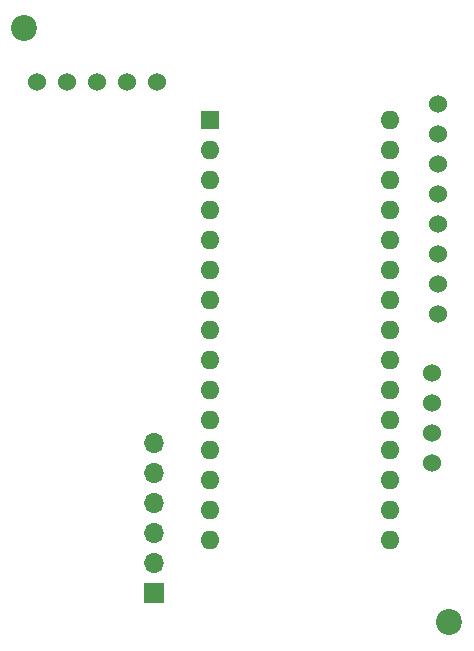
<source format=gbr>
%TF.GenerationSoftware,KiCad,Pcbnew,7.0.1*%
%TF.CreationDate,2023-04-24T16:46:27+02:00*%
%TF.ProjectId,STS,5354532e-6b69-4636-9164-5f7063625858,rev?*%
%TF.SameCoordinates,Original*%
%TF.FileFunction,Soldermask,Top*%
%TF.FilePolarity,Negative*%
%FSLAX46Y46*%
G04 Gerber Fmt 4.6, Leading zero omitted, Abs format (unit mm)*
G04 Created by KiCad (PCBNEW 7.0.1) date 2023-04-24 16:46:27*
%MOMM*%
%LPD*%
G01*
G04 APERTURE LIST*
%ADD10C,1.524000*%
%ADD11R,1.700000X1.700000*%
%ADD12O,1.700000X1.700000*%
%ADD13C,2.200000*%
%ADD14R,1.600000X1.600000*%
%ADD15O,1.600000X1.600000*%
G04 APERTURE END LIST*
D10*
%TO.C,U2*%
X136507000Y-92863000D03*
X136507000Y-95403000D03*
X136507000Y-97943000D03*
X136507000Y-100483000D03*
%TD*%
D11*
%TO.C,U3*%
X113000000Y-111540000D03*
D12*
X113000000Y-109000000D03*
X113000000Y-106460000D03*
X113000000Y-103920000D03*
X113000000Y-101380000D03*
X113000000Y-98840000D03*
%TD*%
D10*
%TO.C,U6*%
X113207000Y-68262500D03*
X110667000Y-68262500D03*
X108127000Y-68262500D03*
X105587000Y-68262500D03*
X103047000Y-68262500D03*
%TD*%
D13*
%TO.C,REF\u002A\u002A*%
X138000000Y-114000000D03*
%TD*%
D14*
%TO.C,A1*%
X117697000Y-71484000D03*
D15*
X117697000Y-74024000D03*
X117697000Y-76564000D03*
X117697000Y-79104000D03*
X117697000Y-81644000D03*
X117697000Y-84184000D03*
X117697000Y-86724000D03*
X117697000Y-89264000D03*
X117697000Y-91804000D03*
X117697000Y-94344000D03*
X117697000Y-96884000D03*
X117697000Y-99424000D03*
X117697000Y-101964000D03*
X117697000Y-104504000D03*
X117697000Y-107044000D03*
X132937000Y-107044000D03*
X132937000Y-104504000D03*
X132937000Y-101964000D03*
X132937000Y-99424000D03*
X132937000Y-96884000D03*
X132937000Y-94344000D03*
X132937000Y-91804000D03*
X132937000Y-89264000D03*
X132937000Y-86724000D03*
X132937000Y-84184000D03*
X132937000Y-81644000D03*
X132937000Y-79104000D03*
X132937000Y-76564000D03*
X132937000Y-74024000D03*
X132937000Y-71484000D03*
%TD*%
D13*
%TO.C,REF\u002A\u002A*%
X102000000Y-63700000D03*
%TD*%
D10*
%TO.C,U4*%
X137000000Y-70080000D03*
X137000000Y-72620000D03*
X137000000Y-75160000D03*
X137000000Y-77700000D03*
X137000000Y-80240000D03*
X137000000Y-82780000D03*
X137000000Y-85320000D03*
X137000000Y-87860000D03*
%TD*%
M02*

</source>
